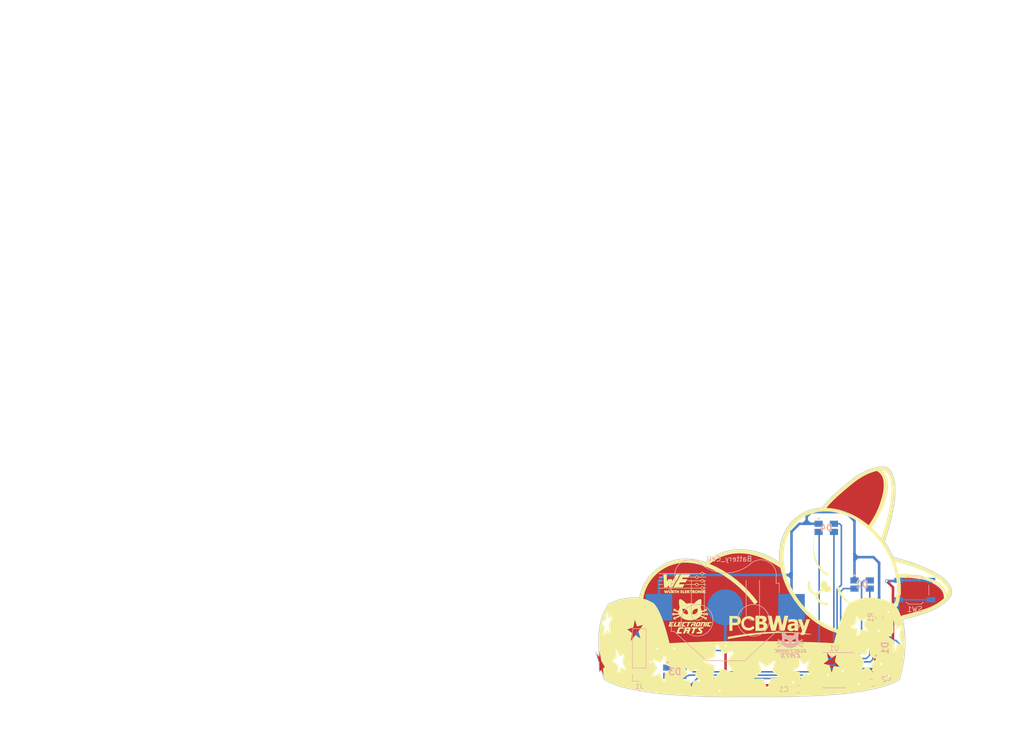
<source format=kicad_pcb>
(kicad_pcb (version 20221018) (generator pcbnew)
  (title_block (title "SAM Badge") (date "2020-02-20") (rev "V0.3") (company "Electronic Cats"))
  (layers (0 "F.Cu" signal) (31 "B.Cu" signal) (34 "B.Paste" user) (35 "F.Paste" user) (36 "B.SilkS" user "B.Silkscreen") (37 "F.SilkS" user "F.Silkscreen") (38 "B.Mask" user) (39 "F.Mask" user) (44 "Edge.Cuts" user))
  (net 0 "")
  (net 1 "+BATT")
  (net 2 "GND")
  (net 3 "Net-(C1-Pad1)")
  (net 4 "/R1")
  (net 5 "/G1")
  (net 6 "/B1")
  (net 7 "/B4")
  (net 8 "/G4")
  (net 9 "/R4")
  (net 10 "/B3")
  (net 11 "/G2")
  (net 12 "/R2")
  (net 13 "/R3")
  (net 14 "/G3")
  (net 15 "/RST")
  (net 16 "/B2")
  (net 17 "/SWIM")
  (net 18 "Net-(U1-Pad10)")
  (net 19 "Net-(U1-Pad11)")
  (net 20 "Net-(U1-Pad12)")
  (footprint "Aesthetics:wurth_4x4" (layer "F.Cu") (at 130.556 112.522)
    (fp_text reference "G***" hide)
    (fp_text value "LOGO" hide)
  )
  (footprint "BadgeSam" (layer "F.Cu") (at 148.44 112.36)
    (fp_text reference "Ref**" hide)
    (fp_text value "Val**" hide)
  )
  (footprint "Aesthetics:electronic_cats_logo_8x6" (layer "F.Cu") (at 132.08 119.126)
    (fp_text reference "G***" hide)
    (fp_text value "LOGO" hide)
  )
  (footprint "Aesthetics:pcbway20x8" (layer "F.Cu") (at 147.574 120.65)
    (fp_text reference "G***" hide)
    (fp_text value "LOGO" hide)
  )
  (footprint "LOGO" (layer "F.Cu") (at 0 0)
    (fp_text reference "G***" hide)
    (fp_text value "LOGO" hide)
  )
  (footprint "BadgeSam:79523141" (layer "B.Cu") (at 138.938 117.348 180)
    (fp_text reference "BT1" hide)
    (fp_text value "Battery_Cell")
  )
  (footprint "Capacitor_SMD:C_0805_2012Metric_Pad1.15x1.40mm_HandSolder" (layer "B.Cu") (at 153.205 133.33 180)
    (fp_text reference "C1")
    (fp_text value "1uF")
  )
  (footprint "Resistor_SMD:R_0805_2012Metric_Pad1.15x1.40mm_HandSolder" (layer "B.Cu") (at 169 119.335 -90)
    (fp_text reference "R1")
    (fp_text value "10K")
  )
  (footprint "Button_Switch_SMD:SW_SPST_TL3342" (layer "B.Cu") (at 175.98 113.98)
    (fp_text reference "SW1")
    (fp_text value "RESET")
  )
  (footprint "Package_SO:TSSOP-20_4.4x6.5mm_P0.65mm" (layer "B.Cu") (at 160.24 129.645 180)
    (fp_text reference "U1")
    (fp_text value "STM8S003F3P")
  )
  (footprint "Aesthetics:electronic_cats_logo_4x3" (layer "B.Cu") (at 151.638 124.714 180)
    (fp_text reference "G***" hide)
    (fp_text value "LOGO" hide)
  )
  (footprint "BadgeSam:156120M173000" (layer "B.Cu") (at 170.18 125.32 90)
    (fp_text reference "D1")
    (fp_text value "LED_ARGB" hide)
  )
  (footprint "BadgeSam:156120M173000" (layer "B.Cu") (at 165.69 112.89)
    (fp_text reference "D2")
    (fp_text value "LED_ARGB" hide)
  )
  (footprint "BadgeSam:156120M173000" (layer "B.Cu") (at 129.1 129.94)
    (fp_text reference "D3")
    (fp_text value "LED_ARGB" hide)
  )
  (footprint "BadgeSam:156120M173000" (layer "B.Cu") (at 158.68 101.81)
    (fp_text reference "D4")
    (fp_text value "LED_ARGB" hide)
  )
  (footprint "Connector_PinHeader_2.54mm:PinHeader_1x04_P2.54mm_Vertical" (layer "B.Cu") (at 122.14 130.49)
    (fp_text reference "J1")
    (fp_text value "PROG")
  )
  (footprint "Capacitor_SMD:C_0805_2012Metric_Pad1.15x1.40mm_HandSolder" (layer "B.Cu") (at 167.6 132.1 15)
    (fp_text reference "C2")
    (fp_text value "0.1uF")
  )
  (gr_line (start 127.31 108.75) (end 128.47 108.29) (stroke (width 0.15)) (layer "Edge.Cuts"))
  (gr_line (start 143.11 134.84) (end 141.25 134.86) (stroke (width 0.15)) (layer "Edge.Cuts"))
  (gr_line (start 146.9 107.15) (end 147.51 107.42) (stroke (width 0.15)) (layer "Edge.Cuts"))
  (gr_line (start 149.52 107.25) (end 149.54 106.77) (stroke (width 0.15)) (layer "Edge.Cuts"))
  (gr_line (start 154.06 134.76) (end 150.51 134.85) (stroke (width 0.15)) (layer "Edge.Cuts"))
  (gr_line (start 149.54 106.77) (end 149.56 106.24) (stroke (width 0.15)) (layer "Edge.Cuts"))
  (gr_line (start 168.99 89.91) (end 169.53 89.86) (stroke (width 0.15)) (layer "Edge.Cuts"))
  (gr_line (start 122.56 114.03) (end 122.74 113.5) (stroke (width 0.15)) (layer "Edge.Cuts"))
  (gr_line (start 128.47 108.29) (end 129.32 108.06) (stroke (width 0.15)) (layer "Edge.Cuts"))
  (gr_line (start 120.45 115.48) (end 120.83 115.47) (stroke (width 0.15)) (layer "Edge.Cuts"))
  (gr_line (start 171.37 90.84) (end 171.53 91.16) (stroke (width 0.15)) (layer "Edge.Cuts"))
  (gr_line (start 174.03 122.51) (end 174.04 123.05) (stroke (width 0.15)) (layer "Edge.Cuts"))
  (gr_line (start 149.56 106.24) (end 149.63 105.81) (stroke (width 0.15)) (layer "Edge.Cuts"))
  (gr_line (start 183.16 113.74) (end 183.2 114.28) (stroke (width 0.15)) (layer "Edge.Cuts"))
  (gr_line (start 156.31 98.14) (end 156.96 97.99) (stroke (width 0.15)) (layer "Edge.Cuts"))
  (gr_line (start 171.79 107.55) (end 175.48 108.62) (stroke (width 0.15)) (layer "Edge.Cuts"))
  (gr_line (start 170.99 90.35) (end 171.19 90.57) (stroke (width 0.15)) (layer "Edge.Cuts"))
  (gr_line (start 115.09 118.62) (end 116.09 116.72) (stroke (width 0.15)) (layer "Edge.Cuts"))
  (gr_line (start 161.78 134.3) (end 157.92 134.6) (stroke (width 0.15)) (layer "Edge.Cuts"))
  (gr_line (start 164.8 91.57) (end 165.68 91.08) (stroke (width 0.15)) (layer "Edge.Cuts"))
  (gr_line (start 176.48 118.97) (end 175.23 119.31) (stroke (width 0.15)) (layer "Edge.Cuts"))
  (gr_line (start 136.61 107.46) (end 137.26 107.1) (stroke (width 0.15)) (layer "Edge.Cuts"))
  (gr_line (start 133.93 108.23) (end 134.68 108.42) (stroke (width 0.15)) (layer "Edge.Cuts"))
  (gr_line (start 156.96 97.99) (end 157.75 97.9) (stroke (width 0.15)) (layer "Edge.Cuts"))
  (gr_line (start 136.7 134.86) (end 135.6 134.84) (stroke (width 0.15)) (layer "Edge.Cuts"))
  (gr_line (start 170.14 132.74) (end 169.34 132.98) (stroke (width 0.15)) (layer "Edge.Cuts"))
  (gr_line (start 170.85 90.22) (end 170.99 90.35) (stroke (width 0.15)) (layer "Edge.Cuts"))
  (gr_line (start 173.84 120.98) (end 173.89 121.32) (stroke (width 0.15)) (layer "Edge.Cuts"))
  (gr_line (start 114.2 124.88) (end 114.19 124.41) (stroke (width 0.15)) (layer "Edge.Cuts"))
  (gr_line (start 181.59 116.62) (end 181.07 116.98) (stroke (width 0.15)) (layer "Edge.Cuts"))
  (gr_line (start 172.59 131.74) (end 171.98 132.04) (stroke (width 0.15)) (layer "Edge.Cuts"))
  (gr_line (start 122.11 133.65) (end 121.53 133.56) (stroke (width 0.15)) (layer "Edge.Cuts"))
  (gr_line (start 136.14 107.77) (end 136.61 107.46) (stroke (width 0.15)) (layer "Edge.Cuts"))
  (gr_line (start 134.07 134.77) (end 132.97 134.72) (stroke (width 0.15)) (layer "Edge.Cuts"))
  (gr_line (start 175.48 108.62) (end 176.1 108.86) (stroke (width 0.15)) (layer "Edge.Cuts"))
  (gr_line (start 114.82 119.44) (end 115.09 118.62) (stroke (width 0.15)) (layer "Edge.Cuts"))
  (gr_line (start 123.19 112.62) (end 123.52 112.04) (stroke (width 0.15)) (layer "Edge.Cuts"))
  (gr_line (start 117.89 115.97) (end 118.4 115.84) (stroke (width 0.15)) (layer "Edge.Cuts"))
  (gr_line (start 142.14 106.05) (end 142.52 106.05) (stroke (width 0.15)) (layer "Edge.Cuts"))
  (gr_line (start 114.26 126.92) (end 114.23 126.03) (stroke (width 0.15)) (layer "Edge.Cuts"))
  (gr_line (start 121.31 115.48) (end 121.73 115.48) (stroke (width 0.15)) (layer "Edge.Cuts"))
  (gr_line (start 172.07 96.09) (end 171.85 97.66) (stroke (width 0.15)) (layer "Edge.Cuts"))
  (gr_line (start 141.04 106.08) (end 141.39 106.06) (stroke (width 0.15)) (layer "Edge.Cuts"))
  (gr_line (start 115.12 131.02) (end 114.69 129.72) (stroke (width 0.15)) (layer "Edge.Cuts"))
  (gr_line (start 116.21 132.01) (end 115.32 131.52) (stroke (width 0.15)) (layer "Edge.Cuts"))
  (gr_line (start 130.99 107.88) (end 131.37 107.88) (stroke (width 0.15)) (layer "Edge.Cuts"))
  (gr_line (start 118.4 115.84) (end 118.98 115.69) (stroke (width 0.15)) (layer "Edge.Cuts"))
  (gr_line (start 171.14 100.95) (end 170.87 101.94) (stroke (width 0.15)) (layer "Edge.Cuts"))
  (gr_line (start 182.43 112.52) (end 182.92 113.23) (stroke (width 0.15)) (layer "Edge.Cuts"))
  (gr_line (start 150.12 103.73) (end 150.29 103.24) (stroke (width 0.15)) (layer "Edge.Cuts"))
  (gr_line (start 149.56 108.6) (end 149.53 107.84) (stroke (width 0.15)) (layer "Edge.Cuts"))
  (gr_line (start 122.74 113.5) (end 122.94 113.06) (stroke (width 0.15)) (layer "Edge.Cuts"))
  (gr_line (start 157.92 134.6) (end 156.52 134.66) (stroke (width 0.15)) (layer "Edge.Cuts"))
  (gr_line (start 118.4 132.84) (end 117.71 132.59) (stroke (width 0.15)) (layer "Edge.Cuts"))
  (gr_line (start 164.11 92.02) (end 164.8 91.57) (stroke (width 0.15)) (layer "Edge.Cuts"))
  (gr_line (start 156.52 134.66) (end 154.06 134.76) (stroke (width 0.15)) (layer "Edge.Cuts"))
  (gr_line (start 157.75 97.9) (end 160 95.51) (stroke (width 0.15)) (layer "Edge.Cuts"))
  (gr_line (start 176.1 108.86) (end 176.79 109.14) (stroke (width 0.15)) (layer "Edge.Cuts"))
  (gr_line (start 129.32 108.06) (end 129.84 107.97) (stroke (width 0.15)) (layer "Edge.Cuts"))
  (gr_line (start 114.24 128.18) (end 113.6 126.15) (stroke (width 0.15)) (layer "Edge.Cuts"))
  (gr_line (start 174.06 125.5) (end 173.96 126.79) (stroke (width 0.15)) (layer "Edge.Cuts"))
  (gr_line (start 114.23 126.03) (end 114.2 124.88) (stroke (width 0.15)) (layer "Edge.Cuts"))
  (gr_line (start 122.86 133.78) (end 122.11 133.65) (stroke (width 0.15)) (layer "Edge.Cuts"))
  (gr_line (start 119.09 133.01) (end 118.4 132.84) (stroke (width 0.15)) (layer "Edge.Cuts"))
  (gr_line (start 120.83 115.47) (end 121.31 115.48) (stroke (width 0.15)) (layer "Edge.Cuts"))
  (gr_line (start 151.87 100.66) (end 152.27 100.31) (stroke (width 0.15)) (layer "Edge.Cuts"))
  (gr_line (start 114.37 129.93) (end 114.3 129.97) (stroke (width 0.15)) (layer "Edge.Cuts"))
  (gr_line (start 122.94 113.06) (end 123.19 112.62) (stroke (width 0.15)) (layer "Edge.Cuts"))
  (gr_line (start 169.53 89.86) (end 169.97 89.88) (stroke (width 0.15)) (layer "Edge.Cuts"))
  (gr_line (start 113.6 126.15) (end 114.26 126.92) (stroke (width 0.15)) (layer "Edge.Cuts"))
  (gr_line (start 119.86 133.21) (end 119.09 133.01) (stroke (width 0.15)) (layer "Edge.Cuts"))
  (gr_line (start 154.49 98.72) (end 155.04 98.5) (stroke (width 0.15)) (layer "Edge.Cuts"))
  (gr_line (start 146.32 106.91) (end 146.9 107.15) (stroke (width 0.15)) (layer "Edge.Cuts"))
  (gr_line (start 183.2 114.28) (end 183.15 114.8) (stroke (width 0.15)) (layer "Edge.Cuts"))
  (gr_line (start 135.11 108.56) (end 135.57 108.16) (stroke (width 0.15)) (layer "Edge.Cuts"))
  (gr_line (start 117.15 116.22) (end 117.89 115.97) (stroke (width 0.15)) (layer "Edge.Cuts"))
  (gr_line (start 151.51 101.13) (end 151.87 100.66) (stroke (width 0.15)) (layer "Edge.Cuts"))
  (gr_line (start 168.15 133.29) (end 166.92 133.54) (stroke (width 0.15)) (layer "Edge.Cuts"))
  (gr_line (start 171.83 91.98) (end 172 92.64) (stroke (width 0.15)) (layer "Edge.Cuts"))
  (gr_line (start 130.27 107.91) (end 130.99 107.88) (stroke (width 0.15)) (layer "Edge.Cuts"))
  (gr_line (start 152.77 99.83) (end 153.39 99.38) (stroke (width 0.15)) (layer "Edge.Cuts"))
  (gr_line (start 181.82 111.84) (end 182.43 112.52) (stroke (width 0.15)) (layer "Edge.Cuts"))
  (gr_line (start 177.32 118.69) (end 176.48 118.97) (stroke (width 0.15)) (layer "Edge.Cuts"))
  (gr_line (start 137.26 107.1) (end 137.79 106.89) (stroke (width 0.15)) (layer "Edge.Cuts"))
  (gr_line (start 122.17 115.52) (end 122.37 114.64) (stroke (width 0.15)) (layer "Edge.Cuts"))
  (gr_line (start 170.66 90.09) (end 170.85 90.22) (stroke (width 0.15)) (layer "Edge.Cuts"))
  (gr_line (start 114.19 124.41) (end 114.19 123.92) (stroke (width 0.15)) (layer "Edge.Cuts"))
  (gr_line (start 124.81 110.51) (end 125.51 109.9) (stroke (width 0.15)) (layer "Edge.Cuts"))
  (gr_line (start 173.78 120.56) (end 173.84 120.98) (stroke (width 0.15)) (layer "Edge.Cuts"))
  (gr_line (start 153.97 99.02) (end 154.49 98.72) (stroke (width 0.15)) (layer "Edge.Cuts"))
  (gr_line (start 150.29 103.24) (end 150.54 102.71) (stroke (width 0.15)) (layer "Edge.Cuts"))
  (gr_line (start 149.8 104.56) (end 149.92 104.24) (stroke (width 0.15)) (layer "Edge.Cuts"))
  (gr_line (start 174.08 123.95) (end 174.08 124.54) (stroke (width 0.15)) (layer "Edge.Cuts"))
  (gr_line (start 171.98 132.04) (end 171.37 132.29) (stroke (width 0.15)) (layer "Edge.Cuts"))
  (gr_line (start 182.02 116.27) (end 181.59 116.62) (stroke (width 0.15)) (layer "Edge.Cuts"))
  (gr_line (start 149.11 108.3) (end 149.56 108.6) (stroke (width 0.15)) (layer "Edge.Cuts"))
  (gr_line (start 141.25 134.86) (end 139.34 134.87) (stroke (width 0.15)) (layer "Edge.Cuts"))
  (gr_line (start 173.89 121.32) (end 173.96 121.62) (stroke (width 0.15)) (layer "Edge.Cuts"))
  (gr_line (start 182.92 113.23) (end 183.16 113.74) (stroke (width 0.15)) (layer "Edge.Cuts"))
  (gr_line (start 172.12 93.42) (end 172.14 94.27) (stroke (width 0.15)) (layer "Edge.Cuts"))
  (gr_line (start 138.85 106.48) (end 139.25 106.38) (stroke (width 0.15)) (layer "Edge.Cuts"))
  (gr_line (start 134.68 108.42) (end 135.11 108.56) (stroke (width 0.15)) (layer "Edge.Cuts"))
  (gr_line (start 120.69 133.39) (end 119.86 133.21) (stroke (width 0.15)) (layer "Edge.Cuts"))
  (gr_line (start 175.23 119.31) (end 173.58 119.71) (stroke (width 0.15)) (layer "Edge.Cuts"))
  (gr_line (start 163.96 134.03) (end 162.81 134.18) (stroke (width 0.15)) (layer "Edge.Cuts"))
  (gr_line (start 139.34 134.87) (end 136.7 134.86) (stroke (width 0.15)) (layer "Edge.Cuts"))
  (gr_line (start 150.51 134.85) (end 148.75 134.87) (stroke (width 0.15)) (layer "Edge.Cuts"))
  (gr_line (start 165.7 133.77) (end 163.96 134.03) (stroke (width 0.15)) (layer "Edge.Cuts"))
  (gr_line (start 123.52 112.04) (end 124.14 111.21) (stroke (width 0.15)) (layer "Edge.Cuts"))
  (gr_line (start 160 95.51) (end 162.81 93.09) (stroke (width 0.15)) (layer "Edge.Cuts"))
  (gr_line (start 171.42 99.83) (end 171.14 100.95) (stroke (width 0.15)) (layer "Edge.Cuts"))
  (gr_line (start 181.07 116.98) (end 180.48 117.39) (stroke (width 0.15)) (layer "Edge.Cuts"))
  (gr_line (start 115.32 131.52) (end 115.12 131.02) (stroke (width 0.15)) (layer "Edge.Cuts"))
  (gr_line (start 171.85 97.66) (end 171.65 98.65) (stroke (width 0.15)) (layer "Edge.Cuts"))
  (gr_line (start 173.58 119.71) (end 173.68 120.17) (stroke (width 0.15)) (layer "Edge.Cuts"))
  (gr_line (start 172 92.64) (end 172.12 93.42) (stroke (width 0.15)) (layer "Edge.Cuts"))
  (gr_line (start 122.37 114.64) (end 122.56 114.03) (stroke (width 0.15)) (layer "Edge.Cuts"))
  (gr_line (start 114.41 120.99) (end 114.6 120.12) (stroke (width 0.15)) (layer "Edge.Cuts"))
  (gr_line (start 132.97 134.72) (end 132.02 134.69) (stroke (width 0.15)) (layer "Edge.Cuts"))
  (gr_line (start 178.04 118.47) (end 177.32 118.69) (stroke (width 0.15)) (layer "Edge.Cuts"))
  (gr_line (start 126.08 109.45) (end 126.66 109.11) (stroke (width 0.15)) (layer "Edge.Cuts"))
  (gr_line (start 126.66 109.11) (end 127.31 108.75) (stroke (width 0.15)) (layer "Edge.Cuts"))
  (gr_line (start 171.65 98.65) (end 171.42 99.83) (stroke (width 0.15)) (layer "Edge.Cuts"))
  (gr_line (start 183.15 114.8) (end 183.11 115) (stroke (width 0.15)) (layer "Edge.Cuts"))
  (gr_line (start 131.98 107.89) (end 132.67 107.97) (stroke (width 0.15)) (layer "Edge.Cuts"))
  (gr_line (start 135.57 108.16) (end 136.14 107.77) (stroke (width 0.15)) (layer "Edge.Cuts"))
  (gr_line (start 145.18 106.53) (end 145.71 106.7) (stroke (width 0.15)) (layer "Edge.Cuts"))
  (gr_line (start 118.98 115.69) (end 119.53 115.59) (stroke (width 0.15)) (layer "Edge.Cuts"))
  (gr_line (start 174.08 124.54) (end 174.06 125.5) (stroke (width 0.15)) (layer "Edge.Cuts"))
  (gr_line (start 147.51 107.42) (end 148.2 107.78) (stroke (width 0.15)) (layer "Edge.Cuts"))
  (gr_line (start 155.55 98.31) (end 156.31 98.14) (stroke (width 0.15)) (layer "Edge.Cuts"))
  (gr_line (start 173.97 122.04) (end 174.03 122.51) (stroke (width 0.15)) (layer "Edge.Cuts"))
  (gr_line (start 166.92 133.54) (end 165.7 133.77) (stroke (width 0.15)) (layer "Edge.Cuts"))
  (gr_line (start 173.68 120.17) (end 173.78 120.56) (stroke (width 0.15)) (layer "Edge.Cuts"))
  (gr_line (start 171.37 132.29) (end 170.71 132.54) (stroke (width 0.15)) (layer "Edge.Cuts"))
  (gr_line (start 125.51 109.9) (end 126.08 109.45) (stroke (width 0.15)) (layer "Edge.Cuts"))
  (gr_line (start 168.01 90.12) (end 168.99 89.91) (stroke (width 0.15)) (layer "Edge.Cuts"))
  (gr_line (start 165.68 91.08) (end 166.41 90.68) (stroke (width 0.15)) (layer "Edge.Cuts"))
  (gr_line (start 114.19 123.92) (end 114.18 123.43) (stroke (width 0.15)) (layer "Edge.Cuts"))
  (gr_line (start 132.02 134.69) (end 131.24 134.63) (stroke (width 0.15)) (layer "Edge.Cuts"))
  (gr_line (start 114.69 129.72) (end 114.37 129.93) (stroke (width 0.15)) (layer "Edge.Cuts"))
  (gr_line (start 129.84 107.97) (end 130.27 107.91) (stroke (width 0.15)) (layer "Edge.Cuts"))
  (gr_line (start 114.3 129.97) (end 114.24 128.18) (stroke (width 0.15)) (layer "Edge.Cuts"))
  (gr_line (start 162.81 93.09) (end 163.98 92.14) (stroke (width 0.15)) (layer "Edge.Cuts"))
  (gr_line (start 179.13 118.06) (end 178.04 118.47) (stroke (width 0.15)) (layer "Edge.Cuts"))
  (gr_line (start 139.25 106.38) (end 139.75 106.28) (stroke (width 0.15)) (layer "Edge.Cuts"))
  (gr_line (start 173.04 131.49) (end 172.59 131.74) (stroke (width 0.15)) (layer "Edge.Cuts"))
  (gr_line (start 170.06 104.49) (end 170.72 105.52) (stroke (width 0.15)) (layer "Edge.Cuts"))
  (gr_line (start 121.73 115.48) (end 122.17 115.52) (stroke (width 0.15)) (layer "Edge.Cuts"))
  (gr_line (start 181.1 111.29) (end 181.82 111.84) (stroke (width 0.15)) (layer "Edge.Cuts"))
  (gr_line (start 178.77 109.97) (end 179.46 110.31) (stroke (width 0.15)) (layer "Edge.Cuts"))
  (gr_line (start 124.14 111.21) (end 124.81 110.51) (stroke (width 0.15)) (layer "Edge.Cuts"))
  (gr_line (start 119.99 115.52) (end 120.45 115.48) (stroke (width 0.15)) (layer "Edge.Cuts"))
  (gr_line (start 152.27 100.31) (end 152.77 99.83) (stroke (width 0.15)) (layer "Edge.Cuts"))
  (gr_line (start 170.72 105.52) (end 171.79 107.55) (stroke (width 0.15)) (layer "Edge.Cuts"))
  (gr_line (start 174.04 123.05) (end 174.08 123.95) (stroke (width 0.15)) (layer "Edge.Cuts"))
  (gr_line (start 170.87 101.94) (end 170.06 104.49) (stroke (width 0.15)) (layer "Edge.Cuts"))
  (gr_line (start 123.59 133.91) (end 122.86 133.78) (stroke (width 0.15)) (layer "Edge.Cuts"))
  (gr_line (start 140.12 106.21) (end 140.49 106.14) (stroke (width 0.15)) (layer "Edge.Cuts"))
  (gr_line (start 183.11 115) (end 182.98 115.25) (stroke (width 0.15)) (layer "Edge.Cuts"))
  (gr_line (start 173.62 128.94) (end 173.04 131.49) (stroke (width 0.15)) (layer "Edge.Cuts"))
  (gr_line (start 114.19 122.77) (end 114.23 122.43) (stroke (width 0.15)) (layer "Edge.Cuts"))
  (gr_line (start 142.52 106.05) (end 142.89 106.09) (stroke (width 0.15)) (layer "Edge.Cuts"))
  (gr_line (start 166.41 90.68) (end 167.09 90.4) (stroke (width 0.15)) (layer "Edge.Cuts"))
  (gr_line (start 171.74 91.56) (end 171.83 91.98) (stroke (width 0.15)) (layer "Edge.Cuts"))
  (gr_line (start 132.67 107.97) (end 133.26 108.09) (stroke (width 0.15)) (layer "Edge.Cuts"))
  (gr_line (start 179.85 117.73) (end 179.13 118.06) (stroke (width 0.15)) (layer "Edge.Cuts"))
  (gr_line (start 173.96 121.62) (end 173.97 122.04) (stroke (width 0.15)) (layer "Edge.Cuts"))
  (gr_line (start 173.78 128.14) (end 173.62 128.94) (stroke (width 0.15)) (layer "Edge.Cuts"))
  (gr_line (start 114.23 122.43) (end 114.41 120.99) (stroke (width 0.15)) (layer "Edge.Cuts"))
  (gr_line (start 172.14 94.88) (end 172.07 96.09) (stroke (width 0.15)) (layer "Edge.Cuts"))
  (gr_line (start 182.78 115.5) (end 182.5 115.83) (stroke (width 0.15)) (layer "Edge.Cuts"))
  (gr_line (start 180.17 110.72) (end 181.1 111.29) (stroke (width 0.15)) (layer "Edge.Cuts"))
  (gr_line (start 149.63 105.81) (end 149.69 105.33) (stroke (width 0.15)) (layer "Edge.Cuts"))
  (gr_line (start 114.18 123.43) (end 114.19 122.77) (stroke (width 0.15)) (layer "Edge.Cuts"))
  (gr_line (start 139.75 106.28) (end 140.12 106.21) (stroke (width 0.15)) (layer "Edge.Cuts"))
  (gr_line (start 141.39 106.06) (end 141.74 106.05) (stroke (width 0.15)) (layer "Edge.Cuts"))
  (gr_line (start 142.89 106.09) (end 143.31 106.13) (stroke (width 0.15)) (layer "Edge.Cuts"))
  (gr_line (start 149.69 105.33) (end 149.8 104.56) (stroke (width 0.15)) (layer "Edge.Cuts"))
  (gr_line (start 170.71 132.54) (end 170.14 132.74) (stroke (width 0.15)) (layer "Edge.Cuts"))
  (gr_line (start 140.73 106.12) (end 141.04 106.08) (stroke (width 0.15)) (layer "Edge.Cuts"))
  (gr_line (start 171.19 90.57) (end 171.37 90.84) (stroke (width 0.15)) (layer "Edge.Cuts"))
  (gr_line (start 140.49 106.14) (end 140.73 106.12) (stroke (width 0.15)) (layer "Edge.Cuts"))
  (gr_line (start 170.31 89.94) (end 170.66 90.09) (stroke (width 0.15)) (layer "Edge.Cuts"))
  (gr_line (start 148.2 107.78) (end 149.11 108.3) (stroke (width 0.15)) (layer "Edge.Cuts"))
  (gr_line (start 137.79 106.89) (end 138.22 106.69) (stroke (width 0.15)) (layer "Edge.Cuts"))
  (gr_line (start 143.84 106.22) (end 144.67 106.4) (stroke (width 0.15)) (layer "Edge.Cuts"))
  (gr_line (start 155.04 98.5) (end 155.55 98.31) (stroke (width 0.15)) (layer "Edge.Cuts"))
  (gr_line (start 179.46 110.31) (end 180.17 110.72) (stroke (width 0.15)) (layer "Edge.Cuts"))
  (gr_line (start 150.8 102.18) (end 151.15 101.61) (stroke (width 0.15)) (layer "Edge.Cuts"))
  (gr_line (start 151.15 101.61) (end 151.51 101.13) (stroke (width 0.15)) (layer "Edge.Cuts"))
  (gr_line (start 133.26 108.09) (end 133.93 108.23) (stroke (width 0.15)) (layer "Edge.Cuts"))
  (gr_line (start 172.14 94.27) (end 172.14 94.88) (stroke (width 0.15)) (layer "Edge.Cuts"))
  (gr_line (start 149.53 107.84) (end 149.52 107.25) (stroke (width 0.15)) (layer "Edge.Cuts"))
  (gr_line (start 129.61 134.54) (end 127.47 134.39) (stroke (width 0.15)) (layer "Edge.Cuts"))
  (gr_line (start 149.92 104.24) (end 150.12 103.73) (stroke (width 0.15)) (layer "Edge.Cuts"))
  (gr_line (start 131.24 134.63) (end 129.61 134.54) (stroke (width 0.15)) (layer "Edge.Cuts"))
  (gr_line (start 169.97 89.88) (end 170.31 89.94) (stroke (width 0.15)) (layer "Edge.Cuts"))
  (gr_line (start 121.53 133.56) (end 120.69 133.39) (stroke (width 0.15)) (layer "Edge.Cuts"))
  (gr_line (start 116.09 116.72) (end 117.15 116.22) (stroke (width 0.15)) (layer "Edge.Cuts"))
  (gr_line (start 153.39 99.38) (end 153.97 99.02) (stroke (width 0.15)) (layer "Edge.Cuts"))
  (gr_line (start 145.71 106.7) (end 146.32 106.91) (stroke (width 0.15)) (layer "Edge.Cuts"))
  (gr_line (start 180.48 117.39) (end 179.85 117.73) (stroke (width 0.15)) (layer "Edge.Cuts"))
  (gr_line (start 141.74 106.05) (end 142.14 106.05) (stroke (width 0.15)) (layer "Edge.Cuts"))
  (gr_line (start 167.09 90.4) (end 168.01 90.12) (stroke (width 0.15)) (layer "Edge.Cuts"))
  (gr_line (start 114.6 120.12) (end 114.82 119.44) (stroke (width 0.15)) (layer "Edge.Cuts"))
  (gr_line (start 169.34 132.98) (end 168.15 133.29) (stroke (width 0.15)) (layer "Edge.Cuts"))
  (gr_line (start 117.02 132.34) (end 116.21 132.01) (stroke (width 0.15)) (layer "Edge.Cuts"))
  (gr_line (start 182.5 115.83) (end 182.02 116.27) (stroke (width 0.15)) (layer "Edge.Cuts"))
  (gr_line (start 162.81 134.18) (end 161.78 134.3) (stroke (width 0.15)) (layer "Edge.Cuts"))
  (gr_line (start 163.98 92.14) (end 164.11 92.02) (stroke (width 0.15)) (layer "Edge.Cuts"))
  (gr_line (start 131.37 107.88) (end 131.98 107.89) (stroke (width 0.15)) (layer "Edge.Cuts"))
  (gr_line (start 173.96 126.79) (end 173.78 128.14) (stroke (width 0.15)) (layer "Edge.Cuts"))
  (gr_line (start 150.54 102.71) (end 150.8 102.18) (stroke (width 0.15)) (layer "Edge.Cuts"))
  (gr_line (start 182.98 115.25) (end 182.78 115.5) (stroke (width 0.15)) (layer "Edge.Cuts"))
  (gr_line (start 125.21 134.12) (end 123.59 133.91) (stroke (width 0.15)) (layer "Edge.Cuts"))
  (gr_line (start 171.53 91.16) (end 171.74 91.56) (stroke (width 0.15)) (layer "Edge.Cuts"))
  (gr_line (start 117.71 132.59) (end 117.02 132.34) (stroke (width 0.15)) (layer "Edge.Cuts"))
  (gr_line (start 138.22 106.69) (end 138.85 106.48) (stroke (width 0.15)) (layer "Edge.Cuts"))
  (gr_line (start 143.31 106.13) (end 143.84 106.22) (stroke (width 0.15)) (layer "Edge.Cuts"))
  (gr_line (start 144.67 106.4) (end 145.18 106.53) (stroke (width 0.15)) (layer "Edge.Cuts"))
  (gr_line (start 176.79 109.14) (end 178.77 109.97) (stroke (width 0.15)) (layer "Edge.Cuts"))
  (gr_line (start 148.75 134.87) (end 143.11 134.84) (stroke (width 0.15)) (layer "Edge.Cuts"))
  (gr_line (start 119.53 115.59) (end 119.99 115.52) (stroke (width 0.15)) (layer "Edge.Cuts"))
  (gr_line (start 127.47 134.39) (end 125.21 134.12) (stroke (width 0.15)) (layer "Edge.Cuts"))
  (gr_line (start 135.6 134.84) (end 134.07 134.77) (stroke (width 0.15)) (layer "Edge.Cuts"))
  (segment (start 169.33 129.67) (end 169.33 131.07) (width 0.5) (layer "F.Cu") (net 1))
  (segment (start 169.4 129.74) (end 169.33 129.67) (width 0.5) (layer "F.Cu") (net 1))
  (segment (start 169.33 129.67) (end 169.33 125.18) (width 0.5) (layer "F.Cu") (net 1))
  (segment (start 169.96 124.55) (end 170.82 123.84) (width 0.5) (layer "F.Cu") (net 1))
  (segment (start 169.33 125.18) (end 169.96 124.55) (width 0.5) (layer "F.Cu") (net 1))
  (segment (start 169.33 131.37) (end 168.4 132.3) (width 0.5) (layer "F.Cu") (net 1))
  (segment (start 169.33 131.07) (end 169.33 131.37) (width 0.5) (layer "F.Cu") (net 1))
  (segment (start 169.4 128.47) (end 169.4 129.74) (width 0.5) (layer "F.Cu") (net 1))
  (segment (start 168.4 132.3) (end 165 132.3) (width 0.5) (layer "F.Cu") (net 1))
  (segment (start 170.82 123.84) (end 170.82 118.28) (width 0.5) (layer "F.Cu") (net 1))
  (via (at 165 132.3) (size 0.6) (drill 0.4) (layers "F.Cu" "B.Cu") (net 1))
  (via (at 170.82 118.28) (size 0.6) (drill 0.4) (layers "F.Cu" "B.Cu") (net 1))
  (via (at 169.4 128.47) (size 0.6) (drill 0.4) (layers "F.Cu" "B.Cu") (net 1))
  (segment (start 164.33 108) (end 164.78 107.55) (width 0.5) (layer "B.Cu") (net 1))
  (segment (start 151.886 111.02) (end 151.888 111.018) (width 0.5) (layer "B.Cu") (net 1))
  (segment (start 125.988 122.872) (end 125.988 123.408) (width 0.5) (layer "B.Cu") (net 1))
  (segment (start 169 118.31) (end 169 115.5) (width 0.5) (layer "B.Cu") (net 1))
  (segment (start 164.78 107.55) (end 164.19 107.55) (width 0.5) (layer "B.Cu") (net 1))
  (segment (start 151.888 110.508) (end 151.888 111.018) (width 0.5) (layer "B.Cu") (net 1))
  (segment (start 151.888 106.138) (end 151.888 110.508) (width 0.5) (layer "B.Cu") (net 1))
  (segment (start 151.376 111.136) (end 151.888 111.648) (width 0.5) (layer "B.Cu") (net 1))
  (segment (start 155.629274 98.840726) (end 154.85 99.62) (width 0.5) (layer "B.Cu") (net 1))
  (segment (start 151.888 111.018) (end 151.888 111.648) (width 0.5) (layer "B.Cu") (net 1))
  (segment (start 164.5 131.9) (end 164.559998 131.92) (width 0.5) (layer "B.Cu") (net 1))
  (segment (start 154.25 101.01) (end 153.44 101.01) (width 0.5) (layer "B.Cu") (net 1))
  (segment (start 164.19 106.8) (end 164.19 100.47) (width 0.5) (layer "B.Cu") (net 1))
  (segment (start 153.44 101.01) (end 151.888 102.562) (width 0.5) (layer "B.Cu") (net 1))
  (segment (start 150.97 111.02) (end 151.376 111.02) (width 0.5) (layer "B.Cu") (net 1))
  (segment (start 156.077455 98.73) (end 155.699645 98.814509) (width 0.5) (layer "B.Cu") (net 1))
  (segment (start 164.19 106.8) (end 164.19 107.55) (width 0.5) (layer "B.Cu") (net 1))
  (segment (start 164.19 108) (end 164.33 108) (width 0.5) (layer "B.Cu") (net 1))
  (segment (start 166.609926 132.36529) (end 165.36529 132.36529) (width 0.5) (layer "B.Cu") (net 1))
  (segment (start 165 132.3) (end 164.6 131.9) (width 0.5) (layer "B.Cu") (net 1))
  (segment (start 164.559998 131.92) (end 163.2 131.92) (width 0.3) (layer "B.Cu") (net 1))
  (segment (start 169.03 118.28) (end 169 118.31) (width 0.5) (layer "B.Cu") (net 1))
  (segment (start 164.19 106.8) (end 164.19 106.96) (width 0.5) (layer "B.Cu") (net 1))
  (segment (start 125.988 112.152) (end 125.988 117.348) (width 0.5) (layer "B.Cu") (net 1))
  (segment (start 167.91 107.55) (end 164.78 107.55) (width 0.5) (layer "B.Cu") (net 1))
  (segment (start 151.376 111.02) (end 151.376 111.136) (width 0.5) (layer "B.Cu") (net 1))
  (segment (start 165.36529 132.36529) (end 165 132.3) (width 0.5) (layer "B.Cu") (net 1))
  (segment (start 125.536 122.87) (end 125.988 122.418) (width 0.5) (layer "B.Cu") (net 1))
  (segment (start 125.42 122.87) (end 125.986 122.87) (width 0.5) (layer "B.Cu") (net 1))
  (segment (start 164.19 100.47) (end 162.45 98.73) (width 0.5) (layer "B.Cu") (net 1))
  (segment (start 150.97 111.02) (end 127.12 111.02) (width 0.5) (layer "B.Cu") (net 1))
  (segment (start 169.01 115.8) (end 169.02 115.81) (width 0.5) (layer "B.Cu") (net 1))
  (segment (start 157.18 101.01) (end 155.62 101.01) (width 0.5) (layer "B.Cu") (net 1))
  (segment (start 125.988 122.418) (end 125.988 122.872) (width 0.5) (layer "B.Cu") (net 1))
  (segment (start 155.699645 98.814509) (end 155.629274 98.840726) (width 0.5) (layer "B.Cu") (net 1))
  (segment (start 125.986 122.87) (end 125.988 122.872) (width 0.5) (layer "B.Cu") (net 1))
  (segment (start 150.97 111.02) (end 151.886 111.02) (width 0.5) (layer "B.Cu") (net 1))
  (segment (start 164.19 108) (end 164.19 112.09) (width 0.5) (layer "B.Cu") (net 1))
  (segment (start 125.13 122.87) (end 125.42 122.87) (width 0.5) (layer "B.Cu") (net 1))
  (segment (start 151.376 111.02) (end 151.888 110.508) (width 0.5) (layer "B.Cu") (net 1))
  (segment (start 151.888 102.562) (end 151.888 106.138) (width 0.5) (layer "B.Cu") (net 1))
  (segment (start 125.988 123.778) (end 127.6 125.39) (width 0.5) (layer "B.Cu") (net 1))
  (segment (start 169 115.5) (end 169.01 115.49) (width 0.5) (layer "B.Cu") (net 1))
  (segment (start 151.888 111.648) (end 151.888 114.248) (width 0.5) (layer "B.Cu") (net 1))
  (segment (start 169.38 128.45) (end 169.4 128.47) (width 0.5) (layer "B.Cu") (net 1))
  (segment (start 125.42 122.87) (end 125.45 122.87) (width 0.5) (layer "B.Cu") (net 1))
  (segment (start 155.48 101.01) (end 154.85 100.38) (width 0.5) (layer "B.Cu") (net 1))
  (segment (start 169.01 108.65) (end 167.91 107.55) (width 0.5) (layer "B.Cu") (net 1))
  (segment (start 169.38 126.82) (end 169.38 128.45) (width 0.5) (layer "B.Cu") (net 1))
  (segment (start 154.85 101.01) (end 154.25 101.01) (width 0.5) (layer "B.Cu") (net 1))
  (segment (start 127.12 111.02) (end 125.988 112.152) (width 0.5) (layer "B.Cu") (net 1))
  (segment (start 164.19 107.55) (end 164.19 108) (width 0.5) (layer "B.Cu") (net 1))
  (segment (start 169.01 115.8) (end 169.01 115.49) (width 0.5) (layer "B.Cu") (net 1))
  (segment (start 125.13 122.87) (end 125.536 122.87) (width 0.5) (layer "B.Cu") (net 1))
  (segment (start 164.19 106.96) (end 164.78 107.55) (width 0.5) (layer "B.Cu") (net 1))
  (segment (start 155.62 101.01) (end 154.85 101.01) (width 0.5) (layer "B.Cu") (net 1))
  (segment (start 164.6 131.9) (end 164.5 131.9) (width 0.5) (layer "B.Cu") (net 1))
  (segment (start 162.45 98.73) (end 156.077455 98.73) (width 0.5) (layer "B.Cu") (net 1))
  (segment (start 125.988 123.408) (end 125.988 123.778) (width 0.5) (layer "B.Cu") (net 1))
  (segment (start 154.25 101.01) (end 154.25 100.98) (width 0.5) (layer "B.Cu") (net 1))
  (segment (start 125.45 122.87) (end 125.988 123.408) (width 0.5) (layer "B.Cu") (net 1))
  (segment (start 125.988 117.348) (end 125.988 122.418) (width 0.5) (layer "B.Cu") (net 1))
  (segment (start 151.888 114.248) (end 151.888 117.348) (width 0.5) (layer "B.Cu") (net 1))
  (segment (start 122.14 122.87) (end 125.13 122.87) (width 0.5) (layer "B.Cu") (net 1))
  (segment (start 154.25 100.98) (end 154.85 100.38) (width 0.5) (layer "B.Cu") (net 1))
  (segment (start 170.82 118.28) (end 169.03 118.28) (width 0.5) (layer "B.Cu") (net 1))
  (segment (start 169.01 115.49) (end 169.01 108.65) (width 0.5) (layer "B.Cu") (net 1))
  (segment (start 155.62 101.01) (end 155.48 101.01) (width 0.5) (layer "B.Cu") (net 1))
  (segment (start 127.6 125.39) (end 127.6 129.14) (width 0.5) (layer "B.Cu") (net 1))
  (segment (start 154.85 99.62) (end 154.85 100.38) (width 0.5) (layer "B.Cu") (net 1))
  (segment (start 154.85 100.38) (end 154.85 101.01) (width 0.5) (layer "B.Cu") (net 1))
  (segment (start 137.49 132.61) (end 125.09 132.61) (width 0.5) (layer "F.Cu") (net 2))
  (segment (start 139.51 132.61) (end 139 132.1) (width 0.5) (layer "F.Cu") (net 2))
  (segment (start 152.19 132.00001) (end 158.01999 132.00001) (width 0.5) (layer "F.Cu") (net 2))
  (segment (start 139.89 132.61) (end 139.51 132.61) (width 0.5) (layer "F.Cu") (net 2))
  (segment (start 139.2 132.61) (end 139.65 132.61) (width 0.5) (layer "F.Cu") (net 2))
  (segment (start 159.01 131.55) (end 158.55999 132.00001) (width 0.5) (layer "F.Cu") (net 2))
  (segment (start 170.96 126.959998) (end 171.72 126.199998) (width 0.5) (layer "F.Cu") (net 2))
  (segment (start 138.304605 132.604605) (end 139 132.6) (width 0.5) (layer "F.Cu") (net 2))
  (segment (start 137.49 132.61) (end 138.304605 132.604605) (width 0.5) (layer "F.Cu") (net 2))
  (segment (start 170.769999 112.499999) (end 170.47 112.2) (width 0.5) (layer "F.Cu") (net 2))
  (segment (start 158.55999 132.00001) (end 158.01999 132.00001) (width 0.5) (layer "F.Cu") (net 2))
  (segment (start 170.96 130.75) (end 170.96 126.959998) (width 0.5) (layer "F.Cu") (net 2))
  (segment (start 171.72 113.45) (end 170.769999 112.499999) (width 0.5) (layer "F.Cu") (net 2))
  (segment (start 159.01 130.63) (end 159.01 131.55) (width 0.5) (layer "F.Cu") (net 2))
  (segment (start 139 132.6) (end 139.2 132.61) (width 0.5) (layer "F.Cu") (net 2))
  (segment (start 139 132.1) (end 139 132.6) (width 0.5) (layer "F.Cu") (net 2))
  (segment (start 139 124.9) (end 139 132.1) (width 0.5) (layer "F.Cu") (net 2))
  (segment (start 151.58001 132.61) (end 152.19 132.00001) (width 0.5) (layer "F.Cu") (net 2))
  (segment (start 138.495395 132.604605) (end 139 132.1) (width 0.5) (layer "F.Cu") (net 2))
  (segment (start 139.89 132.61) (end 151.58001 132.61) (width 0.5) (layer "F.Cu") (net 2))
  (segment (start 124.3 131.82) (end 124.3 128.1) (width 0.5) (layer "F.Cu") (net 2))
  (segment (start 125.09 132.61) (end 124.3 131.82) (width 0.5) (layer "F.Cu") (net 2))
  (segment (start 138.304605 132.604605) (end 138.495395 132.604605) (width 0.5) (layer "F.Cu") (net 2))
  (segment (start 139.2 132.61) (end 139.89 132.61) (width 0.5) (layer "F.Cu") (net 2))
  (segment (start 171.72 126.199998) (end 171.72 113.45) (width 0.5) (layer "F.Cu") (net 2))
  (via (at 152.19 132.00001) (size 0.6) (drill 0.4) (layers "F.Cu" "B.Cu") (net 2))
  (via (at 139 124.9) (size 0.6) (drill 0.4) (layers "F.Cu" "B.Cu") (net 2))
  (via (at 159.01 130.63) (size 0.6) (drill 0.4) (layers "F.Cu" "B.Cu") (net 2))
  (via (at 124.3 128.1) (size 0.6) (drill 0.4) (layers "F.Cu" "B.Cu") (net 2))
  (via (at 170.47 112.2) (size 0.6) (drill 0.4) (layers "F.Cu" "B.Cu") (net 2))
  (via (at 170.96 130.75) (size 0.6) (drill 0.4) (layers "F.Cu" "B.Cu") (net 2))
  (segment (start 168.590074 131.83471) (end 169.87529 131.83471) (width 0.5) (layer "B.Cu") (net 2))
  (segment (start 161.18 130.62) (end 159.02 130.62) (width 0.5) (layer "B.Cu") (net 2))
  (segment (start 179.13 112.08) (end 172.83 112.08) (width 0.5) (layer "B.Cu") (net 2))
  (segment (start 162.25 130.62) (end 161.18 130.62) (width 0.3) (layer "B.Cu") (net 2))
  (segment (start 172.71 112.2) (end 172.83 112.08) (width 0.5) (layer "B.Cu") (net 2))
  (segment (start 170.47 112.2) (end 172.71 112.2) (width 0.5) (layer "B.Cu") (net 2))
  (segment (start 163.19 130.62) (end 162.25 130.62) (width 0.3) (layer "B.Cu") (net 2))
  (segment (start 159.02 130.62) (end 159.01 130.63) (width 0.5) (layer "B.Cu") (net 2))
  (segment (start 138.938 117.348) (end 138.938 124.838) (width 0.5) (layer "B.Cu") (net 2))
  (segment (start 122.29 128.1) (end 122.14 127.95) (width 0.5) (layer "B.Cu") (net 2))
  (segment (start 164.48002 130.62) (end 163.19 130.62) (width 0.3) (layer "B.Cu") (net 2))
  (segment (start 168.170046 130.68999) (end 168.590074 131.110018) (width 0.5) (layer "B.Cu") (net 2))
  (segment (start 164.55001 130.68999) (end 164.48002 130.62) (width 0.3) (layer "B.Cu") (net 2))
  (segment (start 169.87529 131.83471) (end 170.96 130.75) (width 0.5) (layer "B.Cu") (net 2))
  (segment (start 152.18 133.33) (end 152.18 132.01001) (width 0.5) (layer "B.Cu") (net 2))
  (segment (start 124.3 128.1) (end 122.29 128.1) (width 0.5) (layer "B.Cu") (net 2))
  (segment (start 164.55001 130.68999) (end 168.170046 130.68999) (width 0.5) (layer "B.Cu") (net 2))
  (segment (start 168.590074 131.110018) (end 168.590074 131.83471) (width 0.5) (layer "B.Cu") (net 2))
  (segment (start 138.938 124.838) (end 139 124.9) (width 0.5) (layer "B.Cu") (net 2))
  (segment (start 161.18 130.62) (end 161.11 130.69) (width 0.3) (layer "B.Cu") (net 2))
  (segment (start 152.18 132.01001) (end 152.19 132.00001) (width 0.5) (layer "B.Cu") (net 2))
  (segment (start 155.9 133.8) (end 160.3 133.8) (width 0.3) (layer "B.Cu") (net 3))
  (segment (start 155.43 133.33) (end 155.9 133.8) (width 0.3) (layer "B.Cu") (net 3))
  (segment (start 160.3 133.8) (end 160.8 133.3) (width 0.3) (layer "B.Cu") (net 3))
  (segment (start 160.8 133.3) (end 160.8 131.7) (width 0.3) (layer "B.Cu") (net 3))
  (segment (start 160.8 131.7) (end 161.23 131.27) (width 0.3) (layer "B.Cu") (net 3))
  (segment (start 154.23 133.33) (end 155.43 133.33) (width 0.3) (layer "B.Cu") (net 3))
  (segment (start 163.19 131.27) (end 161.23 131.27) (width 0.3) (layer "B.Cu") (net 3))
  (segment (start 170.98 128.8) (end 170.46 129.32) (width 0.3) (layer "B.Cu") (net 4))
  (segment (start 170.98 126.82) (end 170.98 128.8) (width 0.3) (layer "B.Cu") (net 4))
  (segment (start 170.46 129.32) (end 163.19 129.32) (width 0.3) (layer "B.Cu") (net 4))
  (segment (start 172.01 129.97) (end 173.02 128.96) (width 0.3) (layer "B.Cu") (net 5))
  (segment (start 163.19 129.97) (end 172.01 129.97) (width 0.3) (layer "B.Cu") (net 5))
  (segment (start 173.02 128.96) (end 173.02 124.55) (width 0.3) (layer "B.Cu") (net 5))
  (segment (start 172.29 123.82) (end 170.98 123.82) (width 0.3) (layer "B.Cu") (net 5))
  (segment (start 173.02 124.55) (end 172.29 123.82) (width 0.3) (layer "B.Cu") (net 5))
  (segment (start 167.3 128.02) (end 167.8 127.52) (width 0.3) (layer "B.Cu") (net 6))
  (segment (start 163.19 128.02) (end 167.3 128.02) (width 0.3) (layer "B.Cu") (net 6))
  (segment (start 167.8 127.52) (end 167.81 124.44) (width 0.3) (layer "B.Cu") (net 6))
  (segment (start 167.81 124.44) (end 168.43 123.82) (width 0.3) (layer "B.Cu") (net 6))
  (segment (start 168.43 123.82) (end 169.38 123.82) (width 0.3) (layer "B.Cu") (net 6))
  (segment (start 166.09 112.09) (end 167.19 112.09) (width 0.3) (layer "B.Cu") (net 7))
  (segment (start 163.19 126.72) (end 164.84 126.72) (width 0.3) (layer "B.Cu") (net 7))
  (segment (start 165.58 125.98) (end 165.58 112.6) (width 0.3) (layer "B.Cu") (net 7))
  (segment (start 164.84 126.72) (end 165.58 125.98) (width 0.3) (layer "B.Cu") (net 7))
  (segment (start 165.58 112.6) (end 166.09 112.09) (width 0.3) (layer "B.Cu") (net 7))
  (segment (start 167.19 126.69) (end 167.19 113.69) (width 0.3) (layer "B.Cu") (net 8))
  (segment (start 166.51 127.37) (end 167.19 126.69) (width 0.3) (layer "B.Cu") (net 8))
  (segment (start 163.19 127.37) (end 166.51 127.37) (width 0.3) (layer "B.Cu") (net 8))
  (segment (start 161.5 128.5) (end 161.5 114.25) (width 0.3) (layer "B.Cu") (net 9))
  (segment (start 162.06 113.69) (end 164.19 113.69) (width 0.3) (layer "B.Cu") (net 9))
  (segment (start 160.68 129.32) (end 161.5 128.5) (width 0.3) (layer "B.Cu") (net 9))
  (segment (start 157.29 129.32) (end 160.68 129.32) (width 0.3) (layer "B.Cu") (net 9))
  (segment (start 161.5 114.25) (end 162.06 113.69) (width 0.3) (layer "B.Cu") (net 9))
  (segment (start 157.29 128.67) (end 160.08 128.67) (width 0.3) (layer "B.Cu") (net 10))
  (segment (start 161.635 112.965) (end 161.635 101.365) (width 0.3) (layer "B.Cu") (net 10))
  (segment (start 160.8 127.95) (end 160.8 113.8) (width 0.3) (layer "B.Cu") (net 10))
  (segment (start 161.28 101.01) (end 161.635 101.365) (width 0.3) (layer "B.Cu") (net 10))
  (segment (start 160.08 128.67) (end 160.8 127.95) (width 0.3) (layer "B.Cu") (net 10))
  (segment (start 160.8 113.8) (end 161.635 112.965) (width 0.3) (layer "B.Cu") (net 10))
  (segment (start 160.18 101.01) (end 161.28 101.01) (width 0.3) (layer "B.Cu") (net 10))
  (segment (start 131.82 130.62) (end 156.265 130.62) (width 0.3) (layer "B.Cu") (net 11))
  (segment (start 130.6 130.74) (end 131.7 130.74) (width 0.3) (layer "B.Cu") (net 11))
  (segment (start 156.265 130.62) (end 157.29 130.62) (width 0.3) (layer "B.Cu") (net 11))
  (segment (start 131.7 130.74) (end 131.82 130.62) (width 0.3) (layer "B.Cu") (net 11))
  (segment (start 128.1 132.4) (end 127.6 131.9) (width 0.3) (layer "B.Cu") (net 12))
  (segment (start 132.3 132.4) (end 128.1 132.4) (width 0.3) (layer "B.Cu") (net 12))
  (segment (start 127.6 131.9) (end 127.6 130.74) (width 0.3) (layer "B.Cu") (net 12))
  (segment (start 133.43 131.27) (end 132.3 132.4) (width 0.3) (layer "B.Cu") (net 12))
  (segment (start 157.29 131.27) (end 133.43 131.27) (width 0.3) (layer "B.Cu") (net 12))
  (segment (start 157.29 126.72) (end 157.29 102.72) (width 0.3) (layer "B.Cu") (net 13))
  (segment (start 157.29 102.72) (end 157.18 102.61) (width 0.3) (layer "B.Cu") (net 13))
  (segment (start 157.29 127.37) (end 159.59 127.37) (width 0.3) (layer "B.Cu") (net 14))
  (segment (start 160.16 126.8) (end 160.16 125.63) (width 0.3) (layer "B.Cu") (net 14))
  (segment (start 159.59 127.37) (end 160.16 126.8) (width 0.3) (layer "B.Cu") (net 14))
  (segment (start 160.16 125.63) (end 160.18 102.61) (width 0.3) (layer "B.Cu") (net 14))
  (segment (start 160.086597 132.175405) (end 160.086597 130.563403) (width 0.3) (layer "F.Cu") (net 15))
  (segment (start 167.25 129.76) (end 168.22 128.79) (width 0.3) (layer "F.Cu") (net 15))
  (segment (start 160.086597 130.563403) (end 160.89 129.76) (width 0.3) (layer "F.Cu") (net 15))
  (segment (start 161.53 129.76) (end 161.87 129.76) (width 0.3) (layer "F.Cu") (net 15))
  (segment (start 160.89 129.76) (end 161.53 129.76) (width 0.3) (layer "F.Cu") (net 15))
  (segment (start 137.86 133.68) (end 158.582002 133.68) (width 0.3) (layer "F.Cu") (net 15))
  (segment (start 161.87 129.76) (end 167.25 129.76) (width 0.3) (layer "F.Cu") (net 15))
  (segment (start 168.22 128.79) (end 168.22 122.68) (width 0.3) (layer "F.Cu") (net 15))
  (segment (start 158.582002 133.68) (end 160.086597 132.175405) (width 0.3) (layer "F.Cu") (net 15))
  (segment (start 168.22 122.68) (end 168.93 121.97) (width 0.3) (layer "F.Cu") (net 15))
  (via (at 161.87 129.76) (size 0.6) (drill 0.4) (layers "F.Cu" "B.Cu") (net 15))
  (via (at 168.93 121.97) (size 0.6) (drill 0.4) (layers "F.Cu" "B.Cu") (net 15))
  (via (at 137.86 133.68) (size 0.6) (drill 0.4) (layers "F.Cu" "B.Cu") (net 15))
  (segment (start 168.93 120.43) (end 169 120.36) (width 0.3) (layer "B.Cu") (net 15))
  (segment (start 172.83 115.88) (end 172.83 116.68) (width 0.3) (layer "B.Cu") (net 15))
  (segment (start 122.6 132.2) (end 122.14 131.64) (width 0.3) (layer "B.Cu") (net 15))
  (segment (start 161.87 129.097122) (end 162.297122 128.67) (width 0.3) (layer "B.Cu") (net 15))
  (segment (start 123.924839 133.524839) (end 122.6 132.2) (width 0.3) (layer "B.Cu") (net 15))
  (segment (start 137.84 133.66) (end 124.967505 133.66) (width 0.3) (layer "B.Cu") (net 15))
  (segment (start 179.13 115.88) (end 172.83 115.88) (width 0.3) (layer "B.Cu") (net 15))
  (segment (start 124.967505 133.66) (end 123.924839 133.524839) (width 0.3) (layer "B.Cu") (net 15))
  (segment (start 122.14 131.64) (end 122.14 130.49) (width 0.3) (layer "B.Cu") (net 15))
  (segment (start 172.08 120.36) (end 169 120.36) (width 0.3) (layer "B.Cu") (net 15))
  (segment (start 168.93 121.97) (end 168.93 120.43) (width 0.3) (layer "B.Cu") (net 15))
  (segment (start 172.81 116.7) (end 172.81 119.63) (width 0.3) (layer "B.Cu") (net 15))
  (segment (start 162.297122 128.67) (end 163.19 128.67) (width 0.3) (layer "B.Cu") (net 15))
  (segment (start 161.87 129.76) (end 161.87 129.097122) (width 0.3) (layer "B.Cu") (net 15))
  (segment (start 172.81 119.63) (end 172.08 120.36) (width 0.3) (layer "B.Cu") (net 15))
  (segment (start 172.83 116.68) (end 172.81 116.7) (width 0.3) (layer "B.Cu") (net 15))
  (segment (start 137.86 133.68) (end 137.84 133.66) (width 0.3) (layer "B.Cu") (net 15))
  (segment (start 132.67 129.97) (end 131.84 129.14) (width 0.3) (layer "B.Cu") (net 16))
  (segment (start 157.29 129.97) (end 132.67 129.97) (width 0.3) (layer "B.Cu") (net 16))
  (segment (start 131.84 129.14) (end 130.6 129.14) (width 0.3) (layer "B.Cu") (net 16))
  (segment (start 125.72 125.4) (end 125.71 125.41) (width 0.3) (layer "F.Cu") (net 17))
  (segment (start 129 125.4) (end 125.72 125.4) (width 0.3) (layer "F.Cu") (net 17))
  (via (at 125.71 125.41) (size 0.6) (drill 0.4) (layers "F.Cu" "B.Cu") (net 17))
  (via (at 129 125.4) (size 0.6) (drill 0.4) (layers "F.Cu" "B.Cu") (net 17))
  (segment (start 122.14 125.41) (end 125.71 125.41) (width 0.3) (layer "B.Cu") (net 17))
  (segment (start 156.265 128.02) (end 155.8 127.555) (width 0.3) (layer "B.Cu") (net 17))
  (segment (start 155.8 127.555) (end 155.8 126.4) (width 0.3) (layer "B.Cu") (net 17))
  (segment (start 157.29 128.02) (end 156.265 128.02) (width 0.3) (layer "B.Cu") (net 17))
  (segment (start 155.8 126.4) (end 155.2 125.8) (width 0.3) (layer "B.Cu") (net 17))
  (segment (start 129.4 125.8) (end 129 125.4) (width 0.3) (layer "B.Cu") (net 17))
  (segment (start 155.2 125.8) (end 129.4 125.8) (width 0.3) (layer "B.Cu") (net 17))
)
</source>
